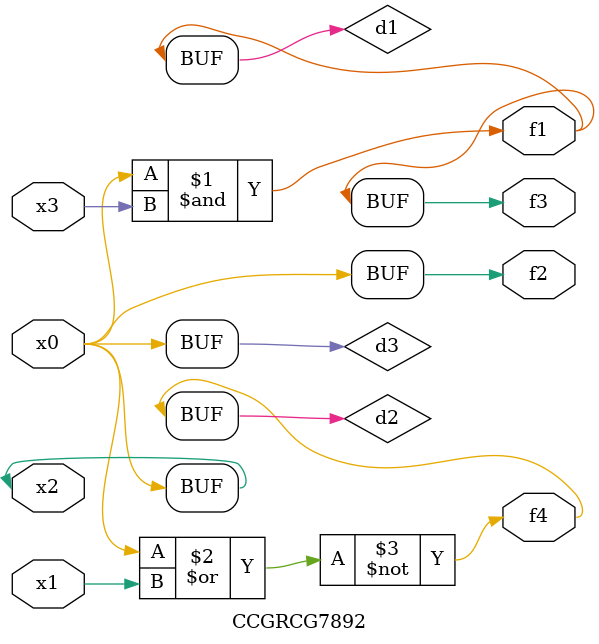
<source format=v>
module CCGRCG7892(
	input x0, x1, x2, x3,
	output f1, f2, f3, f4
);

	wire d1, d2, d3;

	and (d1, x2, x3);
	nor (d2, x0, x1);
	buf (d3, x0, x2);
	assign f1 = d1;
	assign f2 = d3;
	assign f3 = d1;
	assign f4 = d2;
endmodule

</source>
